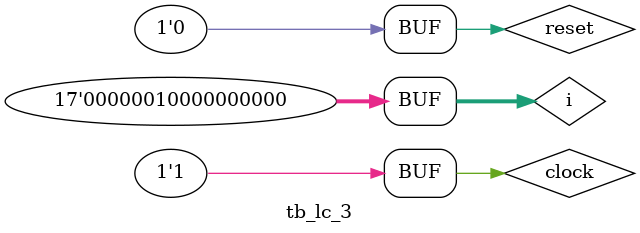
<source format=v>
`timescale 1ns / 1ps

module tb_lc_3();

    localparam period = 1;
    reg [16:0] i;
    reg clock, reset;
    wire [15:0] data_bus;
    
    lc_3 #(16, 16) dut (
        .clock(clock),
        .reset(reset),
        .data_bus(data_bus));

    initial begin
        clock = 1'b0;
        reset = 1'b1;
        #period; // wait for period 
        clock = 1'b1;
        #period; // wait for period
        clock = 1'b0;
        #period; // wait for period
        clock = 1'b1;
        #period; // wait for period
        reset = 1'b0;
        for (i = 0; i < 1024; i = i + 1) begin
            clock = i[0];
            #period; // wait for period 
        end
    end

endmodule

</source>
